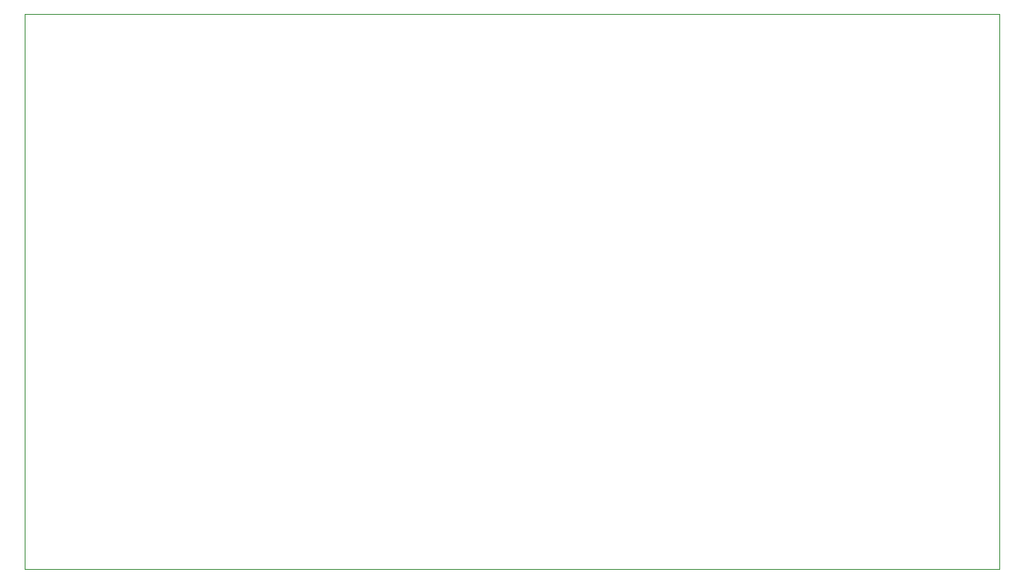
<source format=gbr>
G04 #@! TF.GenerationSoftware,KiCad,Pcbnew,5.1.4-e60b266~84~ubuntu18.04.1*
G04 #@! TF.CreationDate,2019-09-03T19:43:04+02:00*
G04 #@! TF.ProjectId,xfaders,78666164-6572-4732-9e6b-696361645f70,rev?*
G04 #@! TF.SameCoordinates,Original*
G04 #@! TF.FileFunction,Profile,NP*
%FSLAX46Y46*%
G04 Gerber Fmt 4.6, Leading zero omitted, Abs format (unit mm)*
G04 Created by KiCad (PCBNEW 5.1.4-e60b266~84~ubuntu18.04.1) date 2019-09-03 19:43:04*
%MOMM*%
%LPD*%
G04 APERTURE LIST*
%ADD10C,0.050000*%
G04 APERTURE END LIST*
D10*
X70104000Y-58674000D02*
X70104000Y-115824000D01*
X170434000Y-115824000D02*
X70104000Y-115824000D01*
X170434000Y-58674000D02*
X170434000Y-115824000D01*
X70104000Y-58674000D02*
X170434000Y-58674000D01*
M02*

</source>
